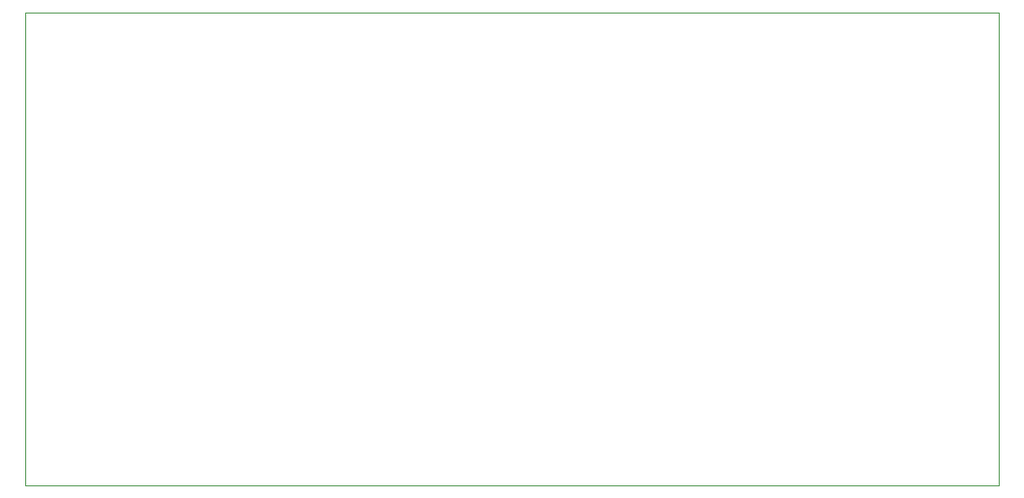
<source format=gm1>
G04 #@! TF.GenerationSoftware,KiCad,Pcbnew,(6.0.1-0)*
G04 #@! TF.CreationDate,2022-02-05T10:05:17+01:00*
G04 #@! TF.ProjectId,esp32-wled-adv-pcb,65737033-322d-4776-9c65-642d6164762d,rev?*
G04 #@! TF.SameCoordinates,Original*
G04 #@! TF.FileFunction,Profile,NP*
%FSLAX46Y46*%
G04 Gerber Fmt 4.6, Leading zero omitted, Abs format (unit mm)*
G04 Created by KiCad (PCBNEW (6.0.1-0)) date 2022-02-05 10:05:17*
%MOMM*%
%LPD*%
G01*
G04 APERTURE LIST*
G04 #@! TA.AperFunction,Profile*
%ADD10C,0.100000*%
G04 #@! TD*
G04 APERTURE END LIST*
D10*
X81250000Y-86500000D02*
X172750000Y-86500000D01*
X172750000Y-86500000D02*
X172750000Y-131000000D01*
X172750000Y-131000000D02*
X81250000Y-131000000D01*
X81250000Y-131000000D02*
X81250000Y-86500000D01*
M02*

</source>
